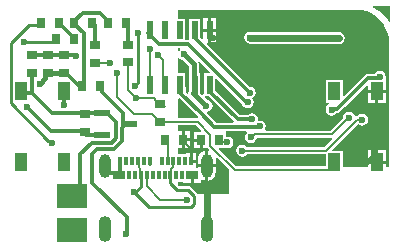
<source format=gbl>
G04*
G04 #@! TF.GenerationSoftware,Altium Limited,Altium Designer,22.1.2 (22)*
G04*
G04 Layer_Physical_Order=2*
G04 Layer_Color=16711680*
%FSLAX44Y44*%
%MOMM*%
G71*
G04*
G04 #@! TF.SameCoordinates,13D72DB6-CE64-42D8-9DE0-DE94B983F977*
G04*
G04*
G04 #@! TF.FilePolarity,Positive*
G04*
G01*
G75*
%ADD10C,0.2500*%
%ADD12C,0.2000*%
%ADD13C,0.3000*%
%ADD33R,0.7000X0.9000*%
%ADD34R,1.4500X0.6000*%
%ADD35R,0.9000X0.7000*%
%ADD46C,0.4000*%
%ADD47C,0.6000*%
%ADD48O,1.1000X2.2000*%
%ADD49O,1.0080X2.0160*%
%ADD50C,0.6000*%
%ADD51C,0.8000*%
%ADD52C,0.6600*%
%ADD53R,1.0000X0.8000*%
%ADD54R,0.3000X0.8000*%
%ADD55R,1.0000X1.5000*%
%ADD56R,2.5000X2.0000*%
%ADD57R,0.6000X1.5240*%
G36*
X0Y0D02*
Y-13076D01*
X-1222Y-13421D01*
X-2376Y-11539D01*
X-5698Y-7649D01*
X-9588Y-4327D01*
X-13950Y-1654D01*
X-14935Y-1246D01*
X-14687Y0D01*
X0D01*
D02*
G37*
G36*
X-177888Y-37035D02*
X-178355Y-37346D01*
X-178730Y-37908D01*
X-180000Y-37522D01*
Y-35765D01*
X-178274D01*
X-177888Y-37035D01*
D02*
G37*
G36*
X-178355Y-44556D02*
X-176701Y-45661D01*
X-175586Y-45883D01*
X-170578Y-50890D01*
Y-56831D01*
X-170850D01*
Y-72310D01*
X-171077Y-73452D01*
X-171045Y-73612D01*
X-172216Y-74237D01*
X-173481Y-72972D01*
Y-68276D01*
X-173550Y-67931D01*
Y-56831D01*
X-180000D01*
Y-44380D01*
X-178730Y-43994D01*
X-178355Y-44556D01*
D02*
G37*
G36*
X-152911Y-55658D02*
X-153397Y-56831D01*
X-158150D01*
Y-74737D01*
X-159420Y-75263D01*
X-160850Y-73833D01*
Y-56831D01*
X-162422D01*
Y-49201D01*
X-162422Y-49201D01*
X-162732Y-47640D01*
X-162747Y-47618D01*
X-161761Y-46808D01*
X-152911Y-55658D01*
D02*
G37*
G36*
X-24455Y-3581D02*
X-20265Y-4587D01*
X-16285Y-6236D01*
X-12611Y-8487D01*
X-9334Y-11286D01*
X-6536Y-14562D01*
X-4285Y-18235D01*
X-2636Y-22216D01*
X-1630Y-26406D01*
X-1390Y-29458D01*
X-1299Y-30701D01*
X-1299Y-30701D01*
X-1299Y-31950D01*
Y-135951D01*
X-3960D01*
Y-133520D01*
X-11500D01*
X-19040D01*
Y-135951D01*
X-40500D01*
Y-122750D01*
X-48890D01*
X-49376Y-121577D01*
X-27605Y-99806D01*
X-25951Y-100911D01*
X-24000Y-101299D01*
X-22049Y-100911D01*
X-20395Y-99806D01*
X-19290Y-98152D01*
X-18902Y-96201D01*
X-19290Y-94250D01*
X-20395Y-92596D01*
X-22049Y-91491D01*
X-24000Y-91103D01*
X-25951Y-91491D01*
X-27605Y-92596D01*
X-28023Y-93222D01*
X-28405D01*
X-28405Y-93222D01*
X-29002Y-93341D01*
X-30440Y-92621D01*
X-30446Y-92595D01*
X-31551Y-90941D01*
X-33205Y-89836D01*
X-35155Y-89447D01*
X-37106Y-89836D01*
X-38760Y-90941D01*
X-39865Y-92595D01*
X-40251Y-94532D01*
X-51111Y-105392D01*
X-105689D01*
X-106287Y-104272D01*
X-106040Y-103902D01*
X-105652Y-101951D01*
X-106040Y-100000D01*
X-107145Y-98346D01*
X-108799Y-97241D01*
X-110750Y-96853D01*
X-111276Y-96958D01*
X-112174Y-96060D01*
X-112152Y-95951D01*
X-112540Y-94000D01*
X-113645Y-92346D01*
X-115299Y-91241D01*
X-117250Y-90853D01*
X-119201Y-91241D01*
X-120855Y-92346D01*
X-120879Y-92382D01*
X-127772D01*
X-148150Y-72004D01*
Y-62078D01*
X-146977Y-61592D01*
X-125533Y-83036D01*
X-125460Y-83402D01*
X-124355Y-85056D01*
X-122701Y-86161D01*
X-120750Y-86549D01*
X-118799Y-86161D01*
X-117145Y-85056D01*
X-116040Y-83402D01*
X-115652Y-81451D01*
X-116040Y-79500D01*
X-117066Y-77964D01*
X-115520Y-76931D01*
X-114415Y-75277D01*
X-114027Y-73326D01*
X-114415Y-71375D01*
X-115520Y-69721D01*
X-117174Y-68616D01*
X-119125Y-68228D01*
X-119168Y-68237D01*
X-155370Y-32034D01*
X-154884Y-30861D01*
X-154420D01*
Y-21971D01*
X-158690D01*
Y-27055D01*
X-159863Y-27541D01*
X-160850Y-26554D01*
Y-11081D01*
X-170850D01*
Y-28237D01*
X-171326Y-28627D01*
X-173550D01*
Y-11081D01*
X-180000D01*
Y-3250D01*
X-28750Y-3250D01*
X-28726Y-3245D01*
X-24455Y-3581D01*
D02*
G37*
G36*
X-163073Y-93474D02*
X-163170Y-94651D01*
X-163402Y-94941D01*
X-180000D01*
Y-78343D01*
X-178730Y-77817D01*
X-163073Y-93474D01*
D02*
G37*
G36*
X-154173Y-76074D02*
X-132635Y-97612D01*
X-133161Y-98882D01*
X-147571D01*
X-155698Y-90755D01*
X-155215Y-89442D01*
X-153799Y-89160D01*
X-152145Y-88055D01*
X-151040Y-86402D01*
X-150652Y-84451D01*
X-151040Y-82500D01*
X-152145Y-80846D01*
X-153799Y-79741D01*
X-155226Y-79457D01*
X-157342Y-77341D01*
X-156816Y-76071D01*
X-154176D01*
X-154173Y-76074D01*
D02*
G37*
G36*
X-121770Y-107289D02*
X-121855Y-107346D01*
X-122960Y-109000D01*
X-123348Y-110951D01*
X-122960Y-112902D01*
X-121855Y-114556D01*
X-120201Y-115661D01*
X-118250Y-116049D01*
X-116299Y-115661D01*
X-114645Y-114556D01*
X-113540Y-112902D01*
X-113333Y-111860D01*
X-112983Y-111510D01*
X-49844D01*
X-49844Y-111510D01*
X-49735Y-111488D01*
X-49109Y-112659D01*
X-55892Y-119441D01*
X-121530D01*
X-121895Y-118895D01*
X-123549Y-117790D01*
X-125500Y-117402D01*
X-127451Y-117790D01*
X-129105Y-118895D01*
X-130210Y-120549D01*
X-130598Y-122500D01*
X-130210Y-124451D01*
X-129105Y-126105D01*
X-127451Y-127210D01*
X-125500Y-127598D01*
X-123549Y-127210D01*
X-121895Y-126105D01*
X-121530Y-125559D01*
X-54625D01*
X-54625Y-125559D01*
X-54500Y-125661D01*
Y-135691D01*
X-130726D01*
X-145244Y-121173D01*
X-144757Y-120000D01*
X-140265D01*
X-139951Y-120210D01*
X-138000Y-120598D01*
X-136049Y-120210D01*
X-134395Y-119105D01*
X-133290Y-117451D01*
X-132902Y-115500D01*
X-133290Y-113549D01*
X-134395Y-111895D01*
X-136049Y-110790D01*
X-138000Y-110402D01*
X-138518Y-110505D01*
X-139500Y-109699D01*
Y-107000D01*
X-138801Y-106019D01*
X-122155D01*
X-121770Y-107289D01*
D02*
G37*
G36*
X-160296Y-105287D02*
X-160783Y-106460D01*
X-166040D01*
Y-112230D01*
X-160000D01*
Y-113500D01*
X-158730D01*
Y-120540D01*
X-154528D01*
X-153525Y-121544D01*
X-154118Y-122746D01*
X-154230Y-122732D01*
Y-133980D01*
X-147855D01*
Y-130210D01*
X-148037Y-128828D01*
X-146834Y-128235D01*
X-136750Y-138318D01*
Y-158750D01*
X-163428D01*
X-163657Y-158407D01*
X-168657Y-153407D01*
X-169732Y-152689D01*
X-171000Y-152436D01*
X-179127D01*
X-180000Y-151564D01*
Y-149250D01*
X-175290D01*
Y-149790D01*
X-169020D01*
Y-143250D01*
X-166480D01*
Y-149790D01*
X-160210D01*
Y-147683D01*
X-158940Y-147070D01*
X-157479Y-147675D01*
X-156770Y-147768D01*
Y-136520D01*
X-163145D01*
Y-136710D01*
X-164710D01*
Y-132520D01*
X-168750D01*
Y-131250D01*
X-170020D01*
Y-124710D01*
X-172790D01*
Y-125250D01*
X-180000D01*
Y-120290D01*
X-176770D01*
Y-113250D01*
Y-106210D01*
X-180000D01*
Y-101059D01*
X-164524D01*
X-160296Y-105287D01*
D02*
G37*
%LPC*%
G36*
X-147610Y-10541D02*
X-151880D01*
Y-19431D01*
X-147610D01*
Y-10541D01*
D02*
G37*
G36*
X-154420D02*
X-158690D01*
Y-19431D01*
X-154420D01*
Y-10541D01*
D02*
G37*
G36*
X-147610Y-21971D02*
X-151880D01*
Y-30861D01*
X-147610D01*
Y-21971D01*
D02*
G37*
G36*
X-44500Y-21603D02*
X-118750D01*
X-120701Y-21991D01*
X-122355Y-23096D01*
X-123460Y-24750D01*
X-123848Y-26701D01*
X-123460Y-28652D01*
X-122355Y-30306D01*
X-120701Y-31411D01*
X-118750Y-31799D01*
X-46243D01*
X-45701Y-32161D01*
X-43750Y-32549D01*
X-41799Y-32161D01*
X-40145Y-31056D01*
X-39040Y-29402D01*
X-38652Y-27451D01*
X-39040Y-25500D01*
X-40145Y-23846D01*
X-40895Y-23096D01*
X-42549Y-21991D01*
X-44500Y-21603D01*
D02*
G37*
G36*
X-9000Y-54603D02*
X-10951Y-54991D01*
X-12605Y-56096D01*
X-13381Y-57257D01*
X-18626D01*
X-19992Y-57529D01*
X-21150Y-58303D01*
X-39327Y-76480D01*
X-40500Y-75994D01*
Y-62750D01*
X-54500D01*
Y-81750D01*
X-51955D01*
X-51719Y-82902D01*
X-51744Y-83020D01*
X-53355Y-84096D01*
X-54460Y-85750D01*
X-54848Y-87701D01*
X-54460Y-89652D01*
X-53355Y-91306D01*
X-51701Y-92411D01*
X-49750Y-92799D01*
X-47799Y-92411D01*
X-46145Y-91306D01*
X-45738Y-90696D01*
X-44927D01*
X-43562Y-90424D01*
X-42404Y-89650D01*
X-20213Y-67460D01*
X-19040Y-67946D01*
Y-70980D01*
X-11500D01*
X-3960D01*
Y-62210D01*
X-3960Y-62210D01*
X-3960D01*
X-4148Y-60940D01*
X-3902Y-59701D01*
X-4290Y-57750D01*
X-5395Y-56096D01*
X-7049Y-54991D01*
X-9000Y-54603D01*
D02*
G37*
G36*
X-3960Y-73520D02*
X-10230D01*
Y-82290D01*
X-3960D01*
Y-73520D01*
D02*
G37*
G36*
X-12770D02*
X-19040D01*
Y-82290D01*
X-12770D01*
Y-73520D01*
D02*
G37*
G36*
X-3960Y-122210D02*
X-10230D01*
Y-130980D01*
X-3960D01*
Y-122210D01*
D02*
G37*
G36*
X-12770D02*
X-19040D01*
Y-130980D01*
X-12770D01*
Y-122210D01*
D02*
G37*
G36*
X-169460Y-106210D02*
X-174230D01*
Y-111980D01*
X-169460D01*
Y-106210D01*
D02*
G37*
G36*
Y-114520D02*
X-174230D01*
Y-120290D01*
X-169460D01*
Y-114520D01*
D02*
G37*
G36*
X-161270Y-114770D02*
X-166040D01*
Y-120540D01*
X-161270D01*
Y-114770D01*
D02*
G37*
G36*
X-164710Y-124710D02*
X-167480D01*
Y-129980D01*
X-164710D01*
Y-124710D01*
D02*
G37*
G36*
X-156770Y-122732D02*
X-157479Y-122825D01*
X-159323Y-123589D01*
X-160906Y-124804D01*
X-162121Y-126387D01*
X-162885Y-128231D01*
X-163145Y-130210D01*
Y-133980D01*
X-156770D01*
Y-122732D01*
D02*
G37*
G36*
X-147855Y-136520D02*
X-154230D01*
Y-147768D01*
X-153521Y-147675D01*
X-151677Y-146911D01*
X-150094Y-145696D01*
X-148879Y-144113D01*
X-148115Y-142269D01*
X-147855Y-140290D01*
Y-136520D01*
D02*
G37*
%LPD*%
D10*
X-180500Y-155750D02*
X-171000D01*
X-186250Y-150000D02*
Y-143250D01*
Y-150000D02*
X-180500Y-155750D01*
X-169000Y-170250D02*
X-166000Y-167250D01*
X-216485Y-158515D02*
X-204750Y-170250D01*
X-169000D01*
X-166000Y-167250D02*
Y-160750D01*
X-171000Y-155750D02*
X-166000Y-160750D01*
X-305951Y-15951D02*
X-294500D01*
X-287643Y-115804D02*
X-286696D01*
X-289594Y-114156D02*
X-289291D01*
X-287643Y-115804D01*
X-321250Y-82500D02*
X-289594Y-114156D01*
X-216250Y-68009D02*
Y-67144D01*
X-213900Y-64794D01*
Y-23301D01*
X-211250Y-152832D02*
Y-143250D01*
X-216168Y-157750D02*
X-211250Y-152832D01*
X-321250Y-82500D02*
Y-31250D01*
X-305951Y-15951D01*
X-310250Y-30250D02*
X-285000D01*
X-283000Y-28250D01*
X-214000Y-23201D02*
X-213900Y-23301D01*
D12*
X-145000Y-113500D02*
X-143000Y-115500D01*
X-138000D01*
X-152500Y-118243D02*
X-131993Y-138750D01*
X-51500D01*
X-195750Y-98000D02*
X-163257D01*
X-152500Y-108757D01*
Y-118243D02*
Y-108757D01*
X-195000Y-164000D02*
X-172500D01*
X-206250Y-152750D02*
X-195000Y-164000D01*
X-206250Y-152750D02*
Y-143250D01*
X-186250D02*
X-185750Y-142750D01*
X-192750Y-59701D02*
X-190187Y-62263D01*
X-196500Y-41701D02*
X-192750Y-45451D01*
Y-59701D02*
Y-45451D01*
X-145000Y-113500D02*
Y-112500D01*
X-175500Y-114250D02*
X-168750Y-121000D01*
X-175500Y-114250D02*
Y-113250D01*
X-168750Y-131250D02*
Y-121000D01*
X-198250Y-95500D02*
Y-95000D01*
X-217000Y-91500D02*
X-201750D01*
X-198250Y-95500D02*
X-195750Y-98000D01*
X-201750Y-91500D02*
X-198250Y-95000D01*
X-195750Y-83000D02*
X-193750D01*
X-215750Y-77701D02*
X-200549D01*
X-198250Y-80500D02*
X-195750Y-83000D01*
X-193750D02*
X-191250Y-85500D01*
X-200549Y-77701D02*
X-198250Y-80000D01*
Y-80500D02*
Y-80000D01*
X-175500Y-113250D02*
X-175101Y-112851D01*
X-193000Y-110750D02*
X-190500Y-113250D01*
X-188750Y-131250D02*
Y-115250D01*
X-217250Y-157750D02*
X-216168D01*
X-213250Y-136507D02*
X-211750Y-138007D01*
X-211750Y-142750D02*
Y-139078D01*
X-211750Y-139078D02*
Y-138007D01*
X-213250Y-136507D02*
Y-131750D01*
X-211750Y-139078D02*
X-211750Y-139078D01*
Y-142750D02*
X-211250Y-143250D01*
X-222250Y-71201D02*
Y-47750D01*
Y-71201D02*
X-215750Y-77701D01*
X-203750Y-133750D02*
X-203250Y-134250D01*
X-203750Y-133750D02*
Y-131250D01*
X-184250Y-136493D02*
Y-131750D01*
X-183750Y-131250D01*
X-185750Y-142750D02*
Y-137993D01*
X-184250Y-136493D01*
X-213750Y-131250D02*
X-213250Y-131750D01*
X-231750Y-76750D02*
X-217000Y-91500D01*
X-231750Y-76750D02*
Y-56750D01*
X-51500Y-138750D02*
X-47500Y-134750D01*
Y-132250D01*
X-250250Y-48500D02*
X-237250D01*
X-250500Y-48250D02*
X-250250Y-48500D01*
X-54625Y-122500D02*
X-28405Y-96281D01*
X-24080D01*
X-24000Y-96201D01*
X-49844Y-108451D02*
X-35938Y-94545D01*
X-125500Y-122500D02*
X-54625D01*
X-35938Y-94545D02*
X-35155D01*
X-203500Y-62201D02*
Y-36451D01*
X-203750Y-62451D02*
X-203500Y-62201D01*
X-114250Y-108451D02*
X-49844D01*
X-117250Y-111451D02*
X-114250Y-108451D01*
D13*
X-73519Y-75469D02*
Y-33951D01*
X-21000Y-133201D02*
X-15000Y-127201D01*
X-264800Y-66500D02*
X-259750D01*
X-262500Y-125451D02*
X-252750Y-115701D01*
X-235800D01*
X-262500Y-152949D02*
Y-125451D01*
X-270002Y-160451D02*
X-262500Y-152949D01*
X-160000Y-114500D02*
Y-113500D01*
X-226750Y-102708D02*
Y-100701D01*
X-223250Y-99701D02*
X-221000D01*
X-225750D02*
X-223250D01*
X-226750Y-100701D02*
X-225750Y-99701D01*
X-227000Y-102958D02*
X-226750Y-102708D01*
X-227000Y-113972D02*
Y-102958D01*
X-233729Y-120701D02*
X-227000Y-113972D01*
X-234590Y-120916D02*
X-234375Y-120701D01*
X-233729D01*
X-232000Y-111901D02*
Y-98451D01*
X-235800Y-115701D02*
X-232000Y-111901D01*
X-248416Y-120916D02*
X-234590D01*
X-153250Y-71951D02*
X-152270D01*
X-151650Y-73551D02*
X-129250Y-95951D01*
X-117250D01*
X-152270Y-71951D02*
X-151650Y-72571D01*
Y-73551D02*
Y-72571D01*
X-160549Y-90951D02*
X-160549D01*
X-149049Y-102451D02*
X-110750D01*
X-160549Y-90951D02*
X-149049Y-102451D01*
X-177050Y-74450D02*
X-160549Y-90951D01*
X-177050Y-74450D02*
Y-68276D01*
X-178500Y-66826D02*
X-177050Y-68276D01*
X-223425Y-192675D02*
Y-178825D01*
X-252500Y-149750D02*
X-223425Y-178825D01*
X-252500Y-125000D02*
X-248416Y-120916D01*
X-252500Y-149750D02*
Y-125000D01*
X-238729Y-141020D02*
X-231980D01*
X-242000Y-137750D02*
Y-135250D01*
X-231980Y-141020D02*
X-229750Y-143250D01*
X-242000Y-137750D02*
X-238729Y-141020D01*
X-229750Y-143250D02*
X-228750Y-142250D01*
Y-131250D01*
X-260476Y-90850D02*
X-245149D01*
X-244500Y-109201D02*
X-244250Y-109451D01*
X-307750Y-85750D02*
X-287549Y-105951D01*
X-260576Y-90951D02*
X-260476Y-90850D01*
X-286299Y-90951D02*
X-260576D01*
X-245149Y-90850D02*
X-244500Y-90201D01*
X-52625Y-94451D02*
X-45180D01*
X-61750Y-85326D02*
X-52625Y-94451D01*
X-61750Y-85326D02*
Y-75701D01*
X-44927Y-87127D02*
X-18626Y-60826D01*
X-9500D01*
X-49176Y-87127D02*
X-44927D01*
X-45180Y-94451D02*
X-38133Y-87404D01*
X-22047D01*
X-49750Y-87701D02*
X-49176Y-87127D01*
X-22047Y-87404D02*
X-15000Y-94451D01*
X-240250Y-90201D02*
X-232000Y-98451D01*
X-244250Y-72500D02*
X-226451Y-90299D01*
X-244250Y-72500D02*
Y-68951D01*
X-226451Y-98201D02*
Y-90299D01*
X-245250Y-67951D02*
X-244250Y-68951D01*
X-226451Y-98201D02*
X-226152Y-98500D01*
X-250520Y-33250D02*
Y-16000D01*
X-259750Y-66500D02*
Y-22770D01*
X-261250Y-68000D02*
X-259750Y-66500D01*
X-267520Y-15000D02*
X-259750Y-22770D01*
X-267520Y-15000D02*
Y-14000D01*
X-246270Y-6000D02*
X-239270Y-13000D01*
X-260520Y-6000D02*
X-246270D01*
X-239270Y-14000D02*
Y-13000D01*
X-267520D02*
X-260520Y-6000D01*
X-267520Y-14000D02*
Y-13000D01*
X-252520Y-14000D02*
X-250520Y-16000D01*
X-222250Y-32750D02*
Y-17020D01*
X-224270Y-15000D02*
X-222250Y-17020D01*
X-224270Y-15000D02*
Y-14000D01*
X-278250Y-17000D02*
X-268000Y-27250D01*
X-278730Y-17000D02*
X-278250D01*
X-268000Y-28250D02*
Y-27250D01*
X-280730Y-15000D02*
X-278730Y-17000D01*
X-280730Y-15000D02*
Y-14000D01*
X-287549Y-105951D02*
X-260750D01*
X-276500Y-84000D02*
Y-72250D01*
X-312500D02*
X-311250Y-73500D01*
X-303750D01*
X-276250Y-56500D02*
X-274250Y-58500D01*
X-272800D01*
X-270050Y-61250D01*
X-270050D02*
X-264800Y-66500D01*
X-303750Y-73500D02*
Y-56500D01*
Y-73500D02*
X-286299Y-90951D01*
X-290000Y-41500D02*
X-268038D01*
X-303750D02*
X-290000D01*
X-268000Y-28250D02*
X-267000Y-27250D01*
X-244500Y-90201D02*
X-240250D01*
X-260750Y-105951D02*
X-257500Y-109201D01*
X-244500D01*
X-196005Y-32196D02*
X-171326D01*
X-205125Y-23076D02*
X-196005Y-32196D01*
X-165500Y-26951D02*
X-119125Y-73326D01*
X-165500Y-26951D02*
Y-21076D01*
X-171326Y-32196D02*
X-122071Y-81451D01*
X-120750D01*
X-97750Y-39701D02*
Y-33951D01*
X-61750Y-39701D02*
Y-33951D01*
Y-51701D02*
Y-39701D01*
Y-63701D02*
Y-51701D01*
Y-75701D02*
Y-63701D01*
X-73750Y-75701D02*
X-73519Y-75469D01*
X-85750Y-39701D02*
Y-33951D01*
Y-51701D02*
Y-39701D01*
Y-63701D02*
Y-51701D01*
Y-75701D02*
Y-63701D01*
X-97750Y-51701D02*
Y-39701D01*
Y-63701D02*
Y-51701D01*
Y-75701D02*
Y-63701D01*
X-61750Y-75701D02*
X-61750Y-75701D01*
X-15000Y-127201D02*
Y-94451D01*
D33*
X-160000Y-113500D02*
D03*
X-145000D02*
D03*
X-175500Y-113250D02*
D03*
X-190500D02*
D03*
X-295730Y-14000D02*
D03*
X-280730D02*
D03*
X-224270Y-14000D02*
D03*
X-239270D02*
D03*
X-252520D02*
D03*
X-267520D02*
D03*
X-246250Y-68000D02*
D03*
X-261250D02*
D03*
X-283000Y-28250D02*
D03*
X-268000D02*
D03*
D34*
X-244500Y-109201D02*
D03*
Y-90201D02*
D03*
X-221000Y-99701D02*
D03*
D35*
X-194750Y-98000D02*
D03*
Y-83000D02*
D03*
X-250500Y-33250D02*
D03*
Y-48250D02*
D03*
X-276250Y-56500D02*
D03*
X-276250Y-41500D02*
D03*
X-303750D02*
D03*
Y-56500D02*
D03*
X-290000Y-56500D02*
D03*
X-290000Y-41500D02*
D03*
X-258500Y-106500D02*
D03*
X-258500Y-91500D02*
D03*
X-222250Y-47750D02*
D03*
Y-32750D02*
D03*
D46*
X-166999Y-73452D02*
X-156000Y-84451D01*
X-155750D01*
X-285250Y-56500D02*
X-276250D01*
X-297121Y-66289D02*
Y-65747D01*
X-292500Y-61127D02*
Y-58000D01*
X-297121Y-65747D02*
X-292500Y-61127D01*
X-285500Y-56750D02*
X-285250Y-56500D01*
X-290000D02*
X-285250D01*
X-291000Y-56500D02*
X-290000D01*
X-292500Y-58000D02*
X-291000Y-56500D01*
X-174750Y-40951D02*
X-166500Y-49201D01*
Y-64025D02*
Y-49201D01*
D47*
X-155500Y-188850D02*
Y-154500D01*
X-156000Y-154000D02*
X-155500Y-154500D01*
X-269752Y-189451D02*
X-263801Y-183500D01*
X-118750Y-26701D02*
X-44500D01*
X-43750Y-27451D01*
D48*
X-155500Y-188850D02*
D03*
X-241900D02*
D03*
D49*
X-155500Y-135250D02*
D03*
X-242000D02*
D03*
D50*
X-138000Y-115500D02*
D03*
X-131632Y-129382D02*
D03*
X-172500Y-164000D02*
D03*
X-286696Y-115804D02*
D03*
X-196500Y-41701D02*
D03*
X-217250Y-157750D02*
D03*
X-216250Y-68009D02*
D03*
X-223500Y-192750D02*
D03*
X-215750Y-77701D02*
D03*
X-155750Y-84451D02*
D03*
X-307750Y-85750D02*
D03*
X-231750Y-56750D02*
D03*
X-237250Y-48500D02*
D03*
X-35155Y-94545D02*
D03*
X-276500Y-84000D02*
D03*
X-297121Y-66289D02*
D03*
X-310250Y-30250D02*
D03*
X-150235Y-27446D02*
D03*
X-118750Y-26701D02*
D03*
X-125500Y-122500D02*
D03*
X-174750Y-40951D02*
D03*
X-214000Y-23201D02*
D03*
X-203500Y-36451D02*
D03*
X-266250Y-41951D02*
D03*
X-118250Y-110951D02*
D03*
X-12750Y-21951D02*
D03*
X-24750Y-13201D02*
D03*
X-6500Y-93451D02*
D03*
X-117500Y-131000D02*
D03*
X-83000Y-130750D02*
D03*
X-43750Y-27451D02*
D03*
X-9000Y-59701D02*
D03*
X-49750Y-87701D02*
D03*
X-21000Y-133201D02*
D03*
X-24000Y-96201D02*
D03*
X-119125Y-73326D02*
D03*
X-120750Y-81451D02*
D03*
X-110750Y-101951D02*
D03*
X-117250Y-95951D02*
D03*
D51*
X-263500Y-165000D02*
D03*
X-275250Y-187750D02*
D03*
D52*
X-97750Y-75701D02*
D03*
Y-63701D02*
D03*
Y-51701D02*
D03*
Y-39701D02*
D03*
X-85750Y-75701D02*
D03*
Y-63701D02*
D03*
Y-51701D02*
D03*
Y-39701D02*
D03*
X-73750Y-75701D02*
D03*
X-73750Y-63701D02*
D03*
Y-51701D02*
D03*
X-73750Y-39701D02*
D03*
X-61750Y-75701D02*
D03*
Y-63701D02*
D03*
Y-51701D02*
D03*
Y-39701D02*
D03*
D53*
X-229750Y-143250D02*
D03*
X-167750D02*
D03*
D54*
X-176250D02*
D03*
X-206250D02*
D03*
X-228750Y-131250D02*
D03*
X-168750D02*
D03*
X-173750D02*
D03*
X-178750D02*
D03*
X-183750D02*
D03*
X-188750D02*
D03*
X-193750D02*
D03*
X-203750D02*
D03*
X-208750D02*
D03*
X-213750D02*
D03*
X-218750D02*
D03*
X-223750D02*
D03*
X-221250Y-143250D02*
D03*
X-216250D02*
D03*
X-211250D02*
D03*
X-201250D02*
D03*
X-196250D02*
D03*
X-191250D02*
D03*
X-186250D02*
D03*
X-181250D02*
D03*
D55*
X-47500Y-72250D02*
D03*
Y-132250D02*
D03*
X-11500D02*
D03*
Y-72250D02*
D03*
X-276500Y-132250D02*
D03*
Y-72250D02*
D03*
X-312500D02*
D03*
Y-132250D02*
D03*
D56*
X-270002Y-160451D02*
D03*
X-269752Y-189451D02*
D03*
D57*
X-153150Y-66451D02*
D03*
X-165850D02*
D03*
X-178550D02*
D03*
X-191250D02*
D03*
X-203950D02*
D03*
Y-20701D02*
D03*
X-191250D02*
D03*
X-178550D02*
D03*
X-165850D02*
D03*
X-153150D02*
D03*
M02*

</source>
